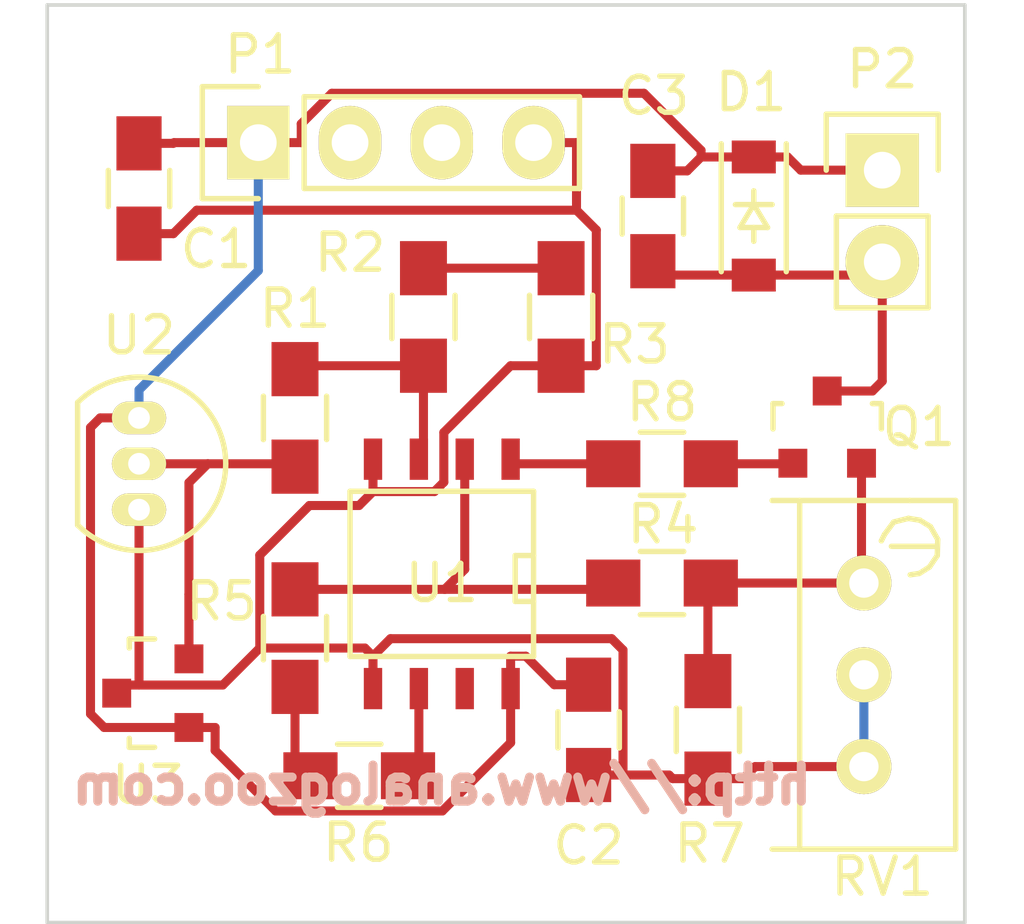
<source format=kicad_pcb>
(kicad_pcb (version 20171130) (host pcbnew "(5.1.12)-1")

  (general
    (thickness 1.6)
    (drawings 6)
    (tracks 122)
    (zones 0)
    (modules 19)
    (nets 16)
  )

  (page A4)
  (layers
    (0 F.Cu signal)
    (31 B.Cu signal)
    (32 B.Adhes user)
    (33 F.Adhes user)
    (34 B.Paste user)
    (35 F.Paste user)
    (36 B.SilkS user)
    (37 F.SilkS user)
    (38 B.Mask user)
    (39 F.Mask user)
    (40 Dwgs.User user)
    (41 Cmts.User user)
    (42 Eco1.User user)
    (43 Eco2.User user)
    (44 Edge.Cuts user)
    (45 Margin user)
    (46 B.CrtYd user)
    (47 F.CrtYd user)
    (48 B.Fab user)
    (49 F.Fab user)
  )

  (setup
    (last_trace_width 0.25)
    (user_trace_width 0.5)
    (user_trace_width 1)
    (trace_clearance 0.2)
    (zone_clearance 0.1)
    (zone_45_only no)
    (trace_min 0.2)
    (via_size 0.6)
    (via_drill 0.4)
    (via_min_size 0.4)
    (via_min_drill 0.3)
    (uvia_size 0.3)
    (uvia_drill 0.1)
    (uvias_allowed no)
    (uvia_min_size 0.2)
    (uvia_min_drill 0.1)
    (edge_width 0.1)
    (segment_width 0.2)
    (pcb_text_width 0.3)
    (pcb_text_size 1.5 1.5)
    (mod_edge_width 0.15)
    (mod_text_size 1 1)
    (mod_text_width 0.15)
    (pad_size 1.5 1.5)
    (pad_drill 0.6)
    (pad_to_mask_clearance 0)
    (aux_axis_origin 0 0)
    (visible_elements 7FFFFFFF)
    (pcbplotparams
      (layerselection 0x010f0_80000001)
      (usegerberextensions false)
      (usegerberattributes true)
      (usegerberadvancedattributes true)
      (creategerberjobfile true)
      (excludeedgelayer true)
      (linewidth 0.100000)
      (plotframeref false)
      (viasonmask false)
      (mode 1)
      (useauxorigin false)
      (hpglpennumber 1)
      (hpglpenspeed 20)
      (hpglpendiameter 15.000000)
      (psnegative false)
      (psa4output false)
      (plotreference true)
      (plotvalue false)
      (plotinvisibletext false)
      (padsonsilk false)
      (subtractmaskfromsilk false)
      (outputformat 1)
      (mirror false)
      (drillshape 0)
      (scaleselection 1)
      (outputdirectory "Gerber/"))
  )

  (net 0 "")
  (net 1 GND)
  (net 2 +5V)
  (net 3 "Net-(Q1-Pad2)")
  (net 4 "Net-(R1-Pad1)")
  (net 5 "Net-(R5-Pad1)")
  (net 6 "Net-(U1-Pad7)")
  (net 7 "Net-(R2-Pad1)")
  (net 8 "Net-(R4-Pad2)")
  (net 9 "Net-(R6-Pad1)")
  (net 10 "Net-(Q1-Pad1)")
  (net 11 "Net-(P1-Pad2)")
  (net 12 "Net-(P1-Pad3)")
  (net 13 "Net-(C3-Pad1)")
  (net 14 "Net-(R1-Pad2)")
  (net 15 "Net-(R8-Pad2)")

  (net_class Default "This is the default net class."
    (clearance 0.2)
    (trace_width 0.25)
    (via_dia 0.6)
    (via_drill 0.4)
    (uvia_dia 0.3)
    (uvia_drill 0.1)
    (add_net +5V)
    (add_net GND)
    (add_net "Net-(C3-Pad1)")
    (add_net "Net-(P1-Pad2)")
    (add_net "Net-(P1-Pad3)")
    (add_net "Net-(Q1-Pad1)")
    (add_net "Net-(Q1-Pad2)")
    (add_net "Net-(R1-Pad1)")
    (add_net "Net-(R1-Pad2)")
    (add_net "Net-(R2-Pad1)")
    (add_net "Net-(R4-Pad2)")
    (add_net "Net-(R5-Pad1)")
    (add_net "Net-(R6-Pad1)")
    (add_net "Net-(R8-Pad2)")
    (add_net "Net-(U1-Pad7)")
  )

  (module SMD_Packages:SOIC-8-N (layer F.Cu) (tedit 570FA947) (tstamp 570ECDD4)
    (at 128.524 105.918 180)
    (descr "Module Narrow CMS SOJ 8 pins large")
    (tags "CMS SOJ")
    (path /570C548C)
    (attr smd)
    (fp_text reference U1 (at 0 -0.254 180) (layer F.SilkS)
      (effects (font (size 1 1) (thickness 0.15)))
    )
    (fp_text value LTC1541 (at 0 1.27 180) (layer F.Fab)
      (effects (font (size 1 1) (thickness 0.15)))
    )
    (fp_line (start -2.032 0.508) (end -2.54 0.508) (layer F.SilkS) (width 0.15))
    (fp_line (start -2.032 -0.762) (end -2.032 0.508) (layer F.SilkS) (width 0.15))
    (fp_line (start -2.54 -0.762) (end -2.032 -0.762) (layer F.SilkS) (width 0.15))
    (fp_line (start -2.54 2.286) (end -2.54 -2.286) (layer F.SilkS) (width 0.15))
    (fp_line (start 2.54 2.286) (end -2.54 2.286) (layer F.SilkS) (width 0.15))
    (fp_line (start 2.54 -2.286) (end 2.54 2.286) (layer F.SilkS) (width 0.15))
    (fp_line (start -2.54 -2.286) (end 2.54 -2.286) (layer F.SilkS) (width 0.15))
    (pad 8 smd rect (at -1.905 -3.175 180) (size 0.508 1.143) (layers F.Cu F.Paste F.Mask)
      (net 2 +5V))
    (pad 7 smd rect (at -0.635 -3.175 180) (size 0.508 1.143) (layers F.Cu F.Paste F.Mask)
      (net 6 "Net-(U1-Pad7)"))
    (pad 6 smd rect (at 0.635 -3.175 180) (size 0.508 1.143) (layers F.Cu F.Paste F.Mask)
      (net 9 "Net-(R6-Pad1)"))
    (pad 5 smd rect (at 1.905 -3.175 180) (size 0.508 1.143) (layers F.Cu F.Paste F.Mask)
      (net 1 GND))
    (pad 4 smd rect (at 1.905 3.175 180) (size 0.508 1.143) (layers F.Cu F.Paste F.Mask)
      (net 1 GND))
    (pad 3 smd rect (at 0.635 3.175 180) (size 0.508 1.143) (layers F.Cu F.Paste F.Mask)
      (net 4 "Net-(R1-Pad1)"))
    (pad 2 smd rect (at -0.635 3.175 180) (size 0.508 1.143) (layers F.Cu F.Paste F.Mask)
      (net 8 "Net-(R4-Pad2)"))
    (pad 1 smd rect (at -1.905 3.175 180) (size 0.508 1.143) (layers F.Cu F.Paste F.Mask)
      (net 15 "Net-(R8-Pad2)"))
    (model SMD_Packages.3dshapes/SOIC-8-N.wrl
      (at (xyz 0 0 0))
      (scale (xyz 0.5 0.38 0.5))
      (rotate (xyz 0 0 0))
    )
  )

  (module Resistors_SMD:R_0805_HandSoldering (layer F.Cu) (tedit 572960DB) (tstamp 570ECDAF)
    (at 134.62 106.172 180)
    (descr "Resistor SMD 0805, hand soldering")
    (tags "resistor 0805")
    (path /570C5880)
    (attr smd)
    (fp_text reference R4 (at -0.0254 1.6256 180) (layer F.SilkS)
      (effects (font (size 1 1) (thickness 0.15)))
    )
    (fp_text value 1M (at 0 2.1 180) (layer F.Fab)
      (effects (font (size 1 1) (thickness 0.15)))
    )
    (fp_line (start -0.6 -0.875) (end 0.6 -0.875) (layer F.SilkS) (width 0.15))
    (fp_line (start 0.6 0.875) (end -0.6 0.875) (layer F.SilkS) (width 0.15))
    (fp_line (start 2.4 -1) (end 2.4 1) (layer F.CrtYd) (width 0.05))
    (fp_line (start -2.4 -1) (end -2.4 1) (layer F.CrtYd) (width 0.05))
    (fp_line (start -2.4 1) (end 2.4 1) (layer F.CrtYd) (width 0.05))
    (fp_line (start -2.4 -1) (end 2.4 -1) (layer F.CrtYd) (width 0.05))
    (pad 1 smd rect (at -1.35 0 180) (size 1.5 1.3) (layers F.Cu F.Paste F.Mask)
      (net 3 "Net-(Q1-Pad2)"))
    (pad 2 smd rect (at 1.35 0 180) (size 1.5 1.3) (layers F.Cu F.Paste F.Mask)
      (net 8 "Net-(R4-Pad2)"))
    (model Resistors_SMD.3dshapes/R_0805_HandSoldering.wrl
      (at (xyz 0 0 0))
      (scale (xyz 1 1 1))
      (rotate (xyz 0 0 0))
    )
  )

  (module Capacitors_SMD:C_0805_HandSoldering (layer F.Cu) (tedit 5729638C) (tstamp 570ECD6C)
    (at 120.142 95.25 90)
    (descr "Capacitor SMD 0805, hand soldering")
    (tags "capacitor 0805")
    (path /570C874E)
    (attr smd)
    (fp_text reference C1 (at -1.6764 2.1336 180) (layer F.SilkS)
      (effects (font (size 1 1) (thickness 0.15)))
    )
    (fp_text value 0.1uF (at 0 2.1 90) (layer F.Fab)
      (effects (font (size 1 1) (thickness 0.15)))
    )
    (fp_line (start -0.5 0.85) (end 0.5 0.85) (layer F.SilkS) (width 0.15))
    (fp_line (start 0.5 -0.85) (end -0.5 -0.85) (layer F.SilkS) (width 0.15))
    (fp_line (start 2.3 -1) (end 2.3 1) (layer F.CrtYd) (width 0.05))
    (fp_line (start -2.3 -1) (end -2.3 1) (layer F.CrtYd) (width 0.05))
    (fp_line (start -2.3 1) (end 2.3 1) (layer F.CrtYd) (width 0.05))
    (fp_line (start -2.3 -1) (end 2.3 -1) (layer F.CrtYd) (width 0.05))
    (pad 1 smd rect (at -1.25 0 90) (size 1.5 1.25) (layers F.Cu F.Paste F.Mask)
      (net 1 GND))
    (pad 2 smd rect (at 1.25 0 90) (size 1.5 1.25) (layers F.Cu F.Paste F.Mask)
      (net 2 +5V))
    (model Capacitors_SMD.3dshapes/C_0805_HandSoldering.wrl
      (at (xyz 0 0 0))
      (scale (xyz 1 1 1))
      (rotate (xyz 0 0 0))
    )
  )

  (module Capacitors_SMD:C_0805_HandSoldering (layer F.Cu) (tedit 57296076) (tstamp 570ECD72)
    (at 134.366 96.012 90)
    (descr "Capacitor SMD 0805, hand soldering")
    (tags "capacitor 0805")
    (path /570C674D)
    (attr smd)
    (fp_text reference C3 (at 3.3274 0.0254 180) (layer F.SilkS)
      (effects (font (size 1 1) (thickness 0.15)))
    )
    (fp_text value 0.1uF (at 0 2.1 90) (layer F.Fab)
      (effects (font (size 1 1) (thickness 0.15)))
    )
    (fp_line (start -0.5 0.85) (end 0.5 0.85) (layer F.SilkS) (width 0.15))
    (fp_line (start 0.5 -0.85) (end -0.5 -0.85) (layer F.SilkS) (width 0.15))
    (fp_line (start 2.3 -1) (end 2.3 1) (layer F.CrtYd) (width 0.05))
    (fp_line (start -2.3 -1) (end -2.3 1) (layer F.CrtYd) (width 0.05))
    (fp_line (start -2.3 1) (end 2.3 1) (layer F.CrtYd) (width 0.05))
    (fp_line (start -2.3 -1) (end 2.3 -1) (layer F.CrtYd) (width 0.05))
    (pad 1 smd rect (at -1.25 0 90) (size 1.5 1.25) (layers F.Cu F.Paste F.Mask)
      (net 13 "Net-(C3-Pad1)"))
    (pad 2 smd rect (at 1.25 0 90) (size 1.5 1.25) (layers F.Cu F.Paste F.Mask)
      (net 2 +5V))
    (model Capacitors_SMD.3dshapes/C_0805_HandSoldering.wrl
      (at (xyz 0 0 0))
      (scale (xyz 1 1 1))
      (rotate (xyz 0 0 0))
    )
  )

  (module Socket_Strips:Socket_Strip_Straight_1x02 (layer F.Cu) (tedit 57296071) (tstamp 570ECD84)
    (at 140.716 94.742 270)
    (descr "Through hole socket strip")
    (tags "socket strip")
    (path /570C5F93)
    (fp_text reference P2 (at -2.794 0) (layer F.SilkS)
      (effects (font (size 1 1) (thickness 0.15)))
    )
    (fp_text value uA (at 0 -3.1 270) (layer F.Fab)
      (effects (font (size 1 1) (thickness 0.15)))
    )
    (fp_line (start 3.81 -1.27) (end 3.81 1.27) (layer F.SilkS) (width 0.15))
    (fp_line (start 1.27 -1.27) (end 3.81 -1.27) (layer F.SilkS) (width 0.15))
    (fp_line (start -1.55 -1.55) (end -1.55 1.55) (layer F.SilkS) (width 0.15))
    (fp_line (start 0 -1.55) (end -1.55 -1.55) (layer F.SilkS) (width 0.15))
    (fp_line (start 1.27 1.27) (end 1.27 -1.27) (layer F.SilkS) (width 0.15))
    (fp_line (start -1.75 1.75) (end 4.3 1.75) (layer F.CrtYd) (width 0.05))
    (fp_line (start -1.75 -1.75) (end 4.3 -1.75) (layer F.CrtYd) (width 0.05))
    (fp_line (start 4.3 -1.75) (end 4.3 1.75) (layer F.CrtYd) (width 0.05))
    (fp_line (start -1.75 -1.75) (end -1.75 1.75) (layer F.CrtYd) (width 0.05))
    (fp_line (start 3.81 1.27) (end 1.27 1.27) (layer F.SilkS) (width 0.15))
    (fp_line (start -1.55 1.55) (end 0 1.55) (layer F.SilkS) (width 0.15))
    (pad 1 thru_hole rect (at 0 0 270) (size 2.032 2.032) (drill 1.016) (layers *.Cu *.Mask F.SilkS)
      (net 2 +5V))
    (pad 2 thru_hole oval (at 2.54 0 270) (size 2.032 2.032) (drill 1.016) (layers *.Cu *.Mask F.SilkS)
      (net 13 "Net-(C3-Pad1)"))
    (model Socket_Strips.3dshapes/Socket_Strip_Straight_1x02.wrl
      (offset (xyz 1.269999980926514 0 0))
      (scale (xyz 1 1 1))
      (rotate (xyz 0 0 180))
    )
  )

  (module TO_SOT_Packages_SMD:SOT-23 (layer F.Cu) (tedit 573B04E6) (tstamp 570ECD97)
    (at 139.192 101.854)
    (descr "SOT-23, Standard")
    (tags SOT-23)
    (path /570C5C0F)
    (attr smd)
    (fp_text reference Q1 (at 2.54 0) (layer F.SilkS)
      (effects (font (size 1 1) (thickness 0.15)))
    )
    (fp_text value MMBT3904 (at 0 2.3) (layer F.Fab)
      (effects (font (size 1 1) (thickness 0.15)))
    )
    (fp_line (start 1.49982 -0.65024) (end 1.49982 0.0508) (layer F.SilkS) (width 0.15))
    (fp_line (start 1.29916 -0.65024) (end 1.49982 -0.65024) (layer F.SilkS) (width 0.15))
    (fp_line (start -1.49982 -0.65024) (end -1.2509 -0.65024) (layer F.SilkS) (width 0.15))
    (fp_line (start -1.49982 0.0508) (end -1.49982 -0.65024) (layer F.SilkS) (width 0.15))
    (fp_line (start 1.29916 -0.65024) (end 1.2509 -0.65024) (layer F.SilkS) (width 0.15))
    (fp_line (start -1.65 1.6) (end -1.65 -1.6) (layer F.CrtYd) (width 0.05))
    (fp_line (start 1.65 1.6) (end -1.65 1.6) (layer F.CrtYd) (width 0.05))
    (fp_line (start 1.65 -1.6) (end 1.65 1.6) (layer F.CrtYd) (width 0.05))
    (fp_line (start -1.65 -1.6) (end 1.65 -1.6) (layer F.CrtYd) (width 0.05))
    (pad 1 smd rect (at -0.95 1.00076) (size 0.8001 0.8001) (layers F.Cu F.Paste F.Mask)
      (net 10 "Net-(Q1-Pad1)"))
    (pad 2 smd rect (at 0.95 1.00076) (size 0.8001 0.8001) (layers F.Cu F.Paste F.Mask)
      (net 3 "Net-(Q1-Pad2)"))
    (pad 3 smd rect (at 0 -0.99822) (size 0.8001 0.8001) (layers F.Cu F.Paste F.Mask)
      (net 13 "Net-(C3-Pad1)"))
    (model TO_SOT_Packages_SMD.3dshapes/SOT-23.wrl
      (at (xyz 0 0 0))
      (scale (xyz 1 1 1))
      (rotate (xyz 0 0 0))
    )
  )

  (module Resistors_SMD:R_0805_HandSoldering (layer F.Cu) (tedit 5729FE07) (tstamp 570ECD9D)
    (at 124.46 101.6 270)
    (descr "Resistor SMD 0805, hand soldering")
    (tags "resistor 0805")
    (path /570C535A)
    (attr smd)
    (fp_text reference R1 (at -3.0226 0) (layer F.SilkS)
      (effects (font (size 1 1) (thickness 0.15)))
    )
    (fp_text value 1M (at 0 2.1 270) (layer F.Fab)
      (effects (font (size 1 1) (thickness 0.15)))
    )
    (fp_line (start -0.6 -0.875) (end 0.6 -0.875) (layer F.SilkS) (width 0.15))
    (fp_line (start 0.6 0.875) (end -0.6 0.875) (layer F.SilkS) (width 0.15))
    (fp_line (start 2.4 -1) (end 2.4 1) (layer F.CrtYd) (width 0.05))
    (fp_line (start -2.4 -1) (end -2.4 1) (layer F.CrtYd) (width 0.05))
    (fp_line (start -2.4 1) (end 2.4 1) (layer F.CrtYd) (width 0.05))
    (fp_line (start -2.4 -1) (end 2.4 -1) (layer F.CrtYd) (width 0.05))
    (pad 1 smd rect (at -1.35 0 270) (size 1.5 1.3) (layers F.Cu F.Paste F.Mask)
      (net 4 "Net-(R1-Pad1)"))
    (pad 2 smd rect (at 1.35 0 270) (size 1.5 1.3) (layers F.Cu F.Paste F.Mask)
      (net 14 "Net-(R1-Pad2)"))
    (model Resistors_SMD.3dshapes/R_0805_HandSoldering.wrl
      (at (xyz 0 0 0))
      (scale (xyz 1 1 1))
      (rotate (xyz 0 0 0))
    )
  )

  (module Resistors_SMD:R_0805_HandSoldering (layer F.Cu) (tedit 573B050D) (tstamp 570ECDA3)
    (at 128.016 98.806 270)
    (descr "Resistor SMD 0805, hand soldering")
    (tags "resistor 0805")
    (path /570ECBC6)
    (attr smd)
    (fp_text reference R2 (at -1.778 2.032) (layer F.SilkS)
      (effects (font (size 1 1) (thickness 0.15)))
    )
    (fp_text value 2.2M (at 0 2.1 270) (layer F.Fab)
      (effects (font (size 1 1) (thickness 0.15)))
    )
    (fp_line (start -0.6 -0.875) (end 0.6 -0.875) (layer F.SilkS) (width 0.15))
    (fp_line (start 0.6 0.875) (end -0.6 0.875) (layer F.SilkS) (width 0.15))
    (fp_line (start 2.4 -1) (end 2.4 1) (layer F.CrtYd) (width 0.05))
    (fp_line (start -2.4 -1) (end -2.4 1) (layer F.CrtYd) (width 0.05))
    (fp_line (start -2.4 1) (end 2.4 1) (layer F.CrtYd) (width 0.05))
    (fp_line (start -2.4 -1) (end 2.4 -1) (layer F.CrtYd) (width 0.05))
    (pad 1 smd rect (at -1.35 0 270) (size 1.5 1.3) (layers F.Cu F.Paste F.Mask)
      (net 7 "Net-(R2-Pad1)"))
    (pad 2 smd rect (at 1.35 0 270) (size 1.5 1.3) (layers F.Cu F.Paste F.Mask)
      (net 4 "Net-(R1-Pad1)"))
    (model Resistors_SMD.3dshapes/R_0805_HandSoldering.wrl
      (at (xyz 0 0 0))
      (scale (xyz 1 1 1))
      (rotate (xyz 0 0 0))
    )
  )

  (module Resistors_SMD:R_0805_HandSoldering (layer F.Cu) (tedit 573B051B) (tstamp 570ECDA9)
    (at 131.826 98.806 90)
    (descr "Resistor SMD 0805, hand soldering")
    (tags "resistor 0805")
    (path /570ECC88)
    (attr smd)
    (fp_text reference R3 (at -0.762 2.032 180) (layer F.SilkS)
      (effects (font (size 1 1) (thickness 0.15)))
    )
    (fp_text value 200k (at 0 2.1 90) (layer F.Fab)
      (effects (font (size 1 1) (thickness 0.15)))
    )
    (fp_line (start -0.6 -0.875) (end 0.6 -0.875) (layer F.SilkS) (width 0.15))
    (fp_line (start 0.6 0.875) (end -0.6 0.875) (layer F.SilkS) (width 0.15))
    (fp_line (start 2.4 -1) (end 2.4 1) (layer F.CrtYd) (width 0.05))
    (fp_line (start -2.4 -1) (end -2.4 1) (layer F.CrtYd) (width 0.05))
    (fp_line (start -2.4 1) (end 2.4 1) (layer F.CrtYd) (width 0.05))
    (fp_line (start -2.4 -1) (end 2.4 -1) (layer F.CrtYd) (width 0.05))
    (pad 1 smd rect (at -1.35 0 90) (size 1.5 1.3) (layers F.Cu F.Paste F.Mask)
      (net 1 GND))
    (pad 2 smd rect (at 1.35 0 90) (size 1.5 1.3) (layers F.Cu F.Paste F.Mask)
      (net 7 "Net-(R2-Pad1)"))
    (model Resistors_SMD.3dshapes/R_0805_HandSoldering.wrl
      (at (xyz 0 0 0))
      (scale (xyz 1 1 1))
      (rotate (xyz 0 0 0))
    )
  )

  (module Resistors_SMD:R_0805_HandSoldering (layer F.Cu) (tedit 5729FDFB) (tstamp 570ECDB5)
    (at 124.46 107.696 90)
    (descr "Resistor SMD 0805, hand soldering")
    (tags "resistor 0805")
    (path /570ECFA2)
    (attr smd)
    (fp_text reference R5 (at 1.016 -2.032 180) (layer F.SilkS)
      (effects (font (size 1 1) (thickness 0.15)))
    )
    (fp_text value 2.2M (at 0 2.1 90) (layer F.Fab)
      (effects (font (size 1 1) (thickness 0.15)))
    )
    (fp_line (start -0.6 -0.875) (end 0.6 -0.875) (layer F.SilkS) (width 0.15))
    (fp_line (start 0.6 0.875) (end -0.6 0.875) (layer F.SilkS) (width 0.15))
    (fp_line (start 2.4 -1) (end 2.4 1) (layer F.CrtYd) (width 0.05))
    (fp_line (start -2.4 -1) (end -2.4 1) (layer F.CrtYd) (width 0.05))
    (fp_line (start -2.4 1) (end 2.4 1) (layer F.CrtYd) (width 0.05))
    (fp_line (start -2.4 -1) (end 2.4 -1) (layer F.CrtYd) (width 0.05))
    (pad 1 smd rect (at -1.35 0 90) (size 1.5 1.3) (layers F.Cu F.Paste F.Mask)
      (net 5 "Net-(R5-Pad1)"))
    (pad 2 smd rect (at 1.35 0 90) (size 1.5 1.3) (layers F.Cu F.Paste F.Mask)
      (net 8 "Net-(R4-Pad2)"))
    (model Resistors_SMD.3dshapes/R_0805_HandSoldering.wrl
      (at (xyz 0 0 0))
      (scale (xyz 1 1 1))
      (rotate (xyz 0 0 0))
    )
  )

  (module Resistors_SMD:R_0805_HandSoldering (layer F.Cu) (tedit 57295C85) (tstamp 570ECDBB)
    (at 126.238 111.506 180)
    (descr "Resistor SMD 0805, hand soldering")
    (tags "resistor 0805")
    (path /570ED006)
    (attr smd)
    (fp_text reference R6 (at 0.0254 -1.8542 180) (layer F.SilkS)
      (effects (font (size 1 1) (thickness 0.15)))
    )
    (fp_text value 200k (at 0 2.1 180) (layer F.Fab)
      (effects (font (size 1 1) (thickness 0.15)))
    )
    (fp_line (start -0.6 -0.875) (end 0.6 -0.875) (layer F.SilkS) (width 0.15))
    (fp_line (start 0.6 0.875) (end -0.6 0.875) (layer F.SilkS) (width 0.15))
    (fp_line (start 2.4 -1) (end 2.4 1) (layer F.CrtYd) (width 0.05))
    (fp_line (start -2.4 -1) (end -2.4 1) (layer F.CrtYd) (width 0.05))
    (fp_line (start -2.4 1) (end 2.4 1) (layer F.CrtYd) (width 0.05))
    (fp_line (start -2.4 -1) (end 2.4 -1) (layer F.CrtYd) (width 0.05))
    (pad 1 smd rect (at -1.35 0 180) (size 1.5 1.3) (layers F.Cu F.Paste F.Mask)
      (net 9 "Net-(R6-Pad1)"))
    (pad 2 smd rect (at 1.35 0 180) (size 1.5 1.3) (layers F.Cu F.Paste F.Mask)
      (net 5 "Net-(R5-Pad1)"))
    (model Resistors_SMD.3dshapes/R_0805_HandSoldering.wrl
      (at (xyz 0 0 0))
      (scale (xyz 1 1 1))
      (rotate (xyz 0 0 0))
    )
  )

  (module Resistors_SMD:R_0805_HandSoldering (layer F.Cu) (tedit 572963B1) (tstamp 570ECDC1)
    (at 135.89 110.236 90)
    (descr "Resistor SMD 0805, hand soldering")
    (tags "resistor 0805")
    (path /570C5CE6)
    (attr smd)
    (fp_text reference R7 (at -3.1496 0.0508 180) (layer F.SilkS)
      (effects (font (size 1 1) (thickness 0.15)))
    )
    (fp_text value 49.9k (at 0 2.1 90) (layer F.Fab)
      (effects (font (size 1 1) (thickness 0.15)))
    )
    (fp_line (start -0.6 -0.875) (end 0.6 -0.875) (layer F.SilkS) (width 0.15))
    (fp_line (start 0.6 0.875) (end -0.6 0.875) (layer F.SilkS) (width 0.15))
    (fp_line (start 2.4 -1) (end 2.4 1) (layer F.CrtYd) (width 0.05))
    (fp_line (start -2.4 -1) (end -2.4 1) (layer F.CrtYd) (width 0.05))
    (fp_line (start -2.4 1) (end 2.4 1) (layer F.CrtYd) (width 0.05))
    (fp_line (start -2.4 -1) (end 2.4 -1) (layer F.CrtYd) (width 0.05))
    (pad 1 smd rect (at -1.35 0 90) (size 1.5 1.3) (layers F.Cu F.Paste F.Mask)
      (net 1 GND))
    (pad 2 smd rect (at 1.35 0 90) (size 1.5 1.3) (layers F.Cu F.Paste F.Mask)
      (net 3 "Net-(Q1-Pad2)"))
    (model Resistors_SMD.3dshapes/R_0805_HandSoldering.wrl
      (at (xyz 0 0 0))
      (scale (xyz 1 1 1))
      (rotate (xyz 0 0 0))
    )
  )

  (module Potentiometers:Potentiometer_Bourns_3296W_3-8Zoll_Inline_ScrewUp (layer F.Cu) (tedit 572963B9) (tstamp 570ECDC8)
    (at 140.208 106.172 180)
    (descr "3296, 3/8, Square, Trimpot, Trimming, Potentiometer, Bourns")
    (tags "3296, 3/8, Square, Trimpot, Trimming, Potentiometer, Bourns")
    (path /570C5E34)
    (fp_text reference RV1 (at -0.508 -8.128 180) (layer F.SilkS)
      (effects (font (size 1 1) (thickness 0.15)))
    )
    (fp_text value 100k (at 1.27 5.08 180) (layer F.Fab)
      (effects (font (size 1 1) (thickness 0.15)))
    )
    (fp_line (start 0 2.286) (end -1.27 2.286) (layer F.SilkS) (width 0.15))
    (fp_line (start 2.54 2.286) (end 0 2.286) (layer F.SilkS) (width 0.15))
    (fp_line (start -2.54 -7.366) (end 2.54 -7.366) (layer F.SilkS) (width 0.15))
    (fp_line (start -2.54 2.286) (end -2.54 -7.366) (layer F.SilkS) (width 0.15))
    (fp_line (start -1.27 2.286) (end -2.54 2.286) (layer F.SilkS) (width 0.15))
    (fp_line (start 1.778 -7.366) (end 1.778 2.286) (layer F.SilkS) (width 0.15))
    (fp_line (start -0.5715 1.3462) (end -0.4826 1.1684) (layer F.SilkS) (width 0.15))
    (fp_line (start -0.8255 1.6891) (end -0.5715 1.3462) (layer F.SilkS) (width 0.15))
    (fp_line (start -1.2319 1.7907) (end -0.8255 1.6891) (layer F.SilkS) (width 0.15))
    (fp_line (start -1.5494 1.7399) (end -1.2319 1.7907) (layer F.SilkS) (width 0.15))
    (fp_line (start -1.8415 1.5621) (end -1.5494 1.7399) (layer F.SilkS) (width 0.15))
    (fp_line (start -2.0447 1.2065) (end -1.8415 1.5621) (layer F.SilkS) (width 0.15))
    (fp_line (start -2.032 0.762) (end -2.0447 1.2065) (layer F.SilkS) (width 0.15))
    (fp_line (start -1.8161 0.4445) (end -2.032 0.762) (layer F.SilkS) (width 0.15))
    (fp_line (start -1.5367 0.2667) (end -1.8161 0.4445) (layer F.SilkS) (width 0.15))
    (fp_line (start -1.2827 0.2286) (end -1.5367 0.2667) (layer F.SilkS) (width 0.15))
    (fp_line (start -2.032 1.016) (end -0.762 1.016) (layer F.SilkS) (width 0.15))
    (pad 2 thru_hole circle (at 0 -2.54 180) (size 1.524 1.524) (drill 0.8128) (layers *.Cu *.Mask F.SilkS)
      (net 1 GND))
    (pad 3 thru_hole circle (at 0 -5.08 180) (size 1.524 1.524) (drill 0.8128) (layers *.Cu *.Mask F.SilkS)
      (net 1 GND))
    (pad 1 thru_hole circle (at 0 0 180) (size 1.524 1.524) (drill 0.8128) (layers *.Cu *.Mask F.SilkS)
      (net 3 "Net-(Q1-Pad2)"))
    (model Potentiometers.3dshapes/Potentiometer_Bourns_3296W_3-8Zoll_Inline_ScrewUp.wrl
      (at (xyz 0 0 0))
      (scale (xyz 1 1 1))
      (rotate (xyz 0 0 0))
    )
  )

  (module TO_SOT_Packages_THT:TO-92_Inline_Narrow_Oval (layer F.Cu) (tedit 5729FE0D) (tstamp 570ECED5)
    (at 120.142 101.6 270)
    (descr "TO-92 leads in-line, narrow, oval pads, drill 0.6mm (see NXP sot054_po.pdf)")
    (tags "to-92 sc-43 sc-43a sot54 PA33 transistor")
    (path /570C6C7A)
    (fp_text reference U2 (at -2.286 0) (layer F.SilkS)
      (effects (font (size 1 1) (thickness 0.15)))
    )
    (fp_text value MCP9700A (at 0 3 270) (layer F.Fab)
      (effects (font (size 1 1) (thickness 0.15)))
    )
    (fp_line (start 3.95 1.95) (end 3.95 -2.65) (layer F.CrtYd) (width 0.05))
    (fp_line (start -1.4 -2.65) (end 3.95 -2.65) (layer F.CrtYd) (width 0.05))
    (fp_line (start -0.43 1.7) (end 2.97 1.7) (layer F.SilkS) (width 0.15))
    (fp_line (start -1.4 1.95) (end 3.95 1.95) (layer F.CrtYd) (width 0.05))
    (fp_line (start -1.4 1.95) (end -1.4 -2.65) (layer F.CrtYd) (width 0.05))
    (fp_arc (start 1.27 0) (end 1.27 -2.4) (angle -135) (layer F.SilkS) (width 0.15))
    (fp_arc (start 1.27 0) (end 1.27 -2.4) (angle 135) (layer F.SilkS) (width 0.15))
    (pad 2 thru_hole oval (at 1.27 0 90) (size 0.89916 1.50114) (drill 0.6) (layers *.Cu *.Mask F.SilkS)
      (net 14 "Net-(R1-Pad2)"))
    (pad 3 thru_hole oval (at 2.54 0 90) (size 0.89916 1.50114) (drill 0.6) (layers *.Cu *.Mask F.SilkS)
      (net 1 GND))
    (pad 1 thru_hole oval (at 0 0 90) (size 0.89916 1.50114) (drill 0.6) (layers *.Cu *.Mask F.SilkS)
      (net 2 +5V))
    (model TO_SOT_Packages_THT.3dshapes/TO-92_Inline_Narrow_Oval.wrl
      (offset (xyz 1.269999980926514 0 0))
      (scale (xyz 1 1 1))
      (rotate (xyz 0 0 -90))
    )
  )

  (module Resistors_SMD:R_0805_HandSoldering (layer F.Cu) (tedit 57295C93) (tstamp 570FA625)
    (at 134.62 102.87 180)
    (descr "Resistor SMD 0805, hand soldering")
    (tags "resistor 0805")
    (path /570FA763)
    (attr smd)
    (fp_text reference R8 (at 0 1.7018 180) (layer F.SilkS)
      (effects (font (size 1 1) (thickness 0.15)))
    )
    (fp_text value 100 (at 0 2.1 180) (layer F.Fab)
      (effects (font (size 1 1) (thickness 0.15)))
    )
    (fp_line (start -0.6 -0.875) (end 0.6 -0.875) (layer F.SilkS) (width 0.15))
    (fp_line (start 0.6 0.875) (end -0.6 0.875) (layer F.SilkS) (width 0.15))
    (fp_line (start 2.4 -1) (end 2.4 1) (layer F.CrtYd) (width 0.05))
    (fp_line (start -2.4 -1) (end -2.4 1) (layer F.CrtYd) (width 0.05))
    (fp_line (start -2.4 1) (end 2.4 1) (layer F.CrtYd) (width 0.05))
    (fp_line (start -2.4 -1) (end 2.4 -1) (layer F.CrtYd) (width 0.05))
    (pad 1 smd rect (at -1.35 0 180) (size 1.5 1.3) (layers F.Cu F.Paste F.Mask)
      (net 10 "Net-(Q1-Pad1)"))
    (pad 2 smd rect (at 1.35 0 180) (size 1.5 1.3) (layers F.Cu F.Paste F.Mask)
      (net 15 "Net-(R8-Pad2)"))
    (model Resistors_SMD.3dshapes/R_0805_HandSoldering.wrl
      (at (xyz 0 0 0))
      (scale (xyz 1 1 1))
      (rotate (xyz 0 0 0))
    )
  )

  (module Socket_Strips:Socket_Strip_Straight_1x04 (layer F.Cu) (tedit 5729606F) (tstamp 57105428)
    (at 123.444 93.98)
    (descr "Through hole socket strip")
    (tags "socket strip")
    (path /57105420)
    (fp_text reference P1 (at 0.0508 -2.4384 180) (layer F.SilkS)
      (effects (font (size 1 1) (thickness 0.15)))
    )
    (fp_text value Power (at 0 -3.1) (layer F.Fab)
      (effects (font (size 1 1) (thickness 0.15)))
    )
    (fp_line (start -1.55 -1.55) (end -1.55 1.55) (layer F.SilkS) (width 0.15))
    (fp_line (start 0 -1.55) (end -1.55 -1.55) (layer F.SilkS) (width 0.15))
    (fp_line (start 1.27 1.27) (end 1.27 -1.27) (layer F.SilkS) (width 0.15))
    (fp_line (start 8.89 -1.27) (end 8.89 1.27) (layer F.SilkS) (width 0.15))
    (fp_line (start -1.55 1.55) (end 0 1.55) (layer F.SilkS) (width 0.15))
    (fp_line (start 1.27 1.27) (end 8.89 1.27) (layer F.SilkS) (width 0.15))
    (fp_line (start 1.27 -1.27) (end 8.89 -1.27) (layer F.SilkS) (width 0.15))
    (fp_line (start -1.75 1.75) (end 9.4 1.75) (layer F.CrtYd) (width 0.05))
    (fp_line (start -1.75 -1.75) (end 9.4 -1.75) (layer F.CrtYd) (width 0.05))
    (fp_line (start 9.4 -1.75) (end 9.4 1.75) (layer F.CrtYd) (width 0.05))
    (fp_line (start -1.75 -1.75) (end -1.75 1.75) (layer F.CrtYd) (width 0.05))
    (pad 1 thru_hole rect (at 0 0) (size 1.7272 2.032) (drill 1.016) (layers *.Cu *.Mask F.SilkS)
      (net 2 +5V))
    (pad 2 thru_hole oval (at 2.54 0) (size 1.7272 2.032) (drill 1.016) (layers *.Cu *.Mask F.SilkS)
      (net 11 "Net-(P1-Pad2)"))
    (pad 3 thru_hole oval (at 5.08 0) (size 1.7272 2.032) (drill 1.016) (layers *.Cu *.Mask F.SilkS)
      (net 12 "Net-(P1-Pad3)"))
    (pad 4 thru_hole oval (at 7.62 0) (size 1.7272 2.032) (drill 1.016) (layers *.Cu *.Mask F.SilkS)
      (net 1 GND))
    (model Socket_Strips.3dshapes/Socket_Strip_Straight_1x04.wrl
      (offset (xyz 3.809999942779541 0 0))
      (scale (xyz 1 1 1))
      (rotate (xyz 0 0 180))
    )
  )

  (module Diodes_SMD:SOD-123 (layer F.Cu) (tedit 57296074) (tstamp 57295798)
    (at 137.16 96.012 270)
    (descr SOD-123)
    (tags SOD-123)
    (path /5729566B)
    (attr smd)
    (fp_text reference D1 (at -3.429 0.0762) (layer F.SilkS)
      (effects (font (size 1 1) (thickness 0.15)))
    )
    (fp_text value 1N4148 (at 0 2.1 270) (layer F.Fab)
      (effects (font (size 1 1) (thickness 0.15)))
    )
    (fp_line (start -2 -0.9) (end 1.54 -0.9) (layer F.SilkS) (width 0.15))
    (fp_line (start -2 0.9) (end 1.54 0.9) (layer F.SilkS) (width 0.15))
    (fp_line (start -2.25 -1.05) (end -2.25 1.05) (layer F.CrtYd) (width 0.05))
    (fp_line (start 2.25 1.05) (end -2.25 1.05) (layer F.CrtYd) (width 0.05))
    (fp_line (start 2.25 -1.05) (end 2.25 1.05) (layer F.CrtYd) (width 0.05))
    (fp_line (start -2.25 -1.05) (end 2.25 -1.05) (layer F.CrtYd) (width 0.05))
    (fp_line (start -0.3175 -0.508) (end -0.3175 0.508) (layer F.SilkS) (width 0.15))
    (fp_line (start 0.3175 0.381) (end -0.3175 0) (layer F.SilkS) (width 0.15))
    (fp_line (start 0.3175 -0.381) (end 0.3175 0.381) (layer F.SilkS) (width 0.15))
    (fp_line (start -0.3175 0) (end 0.3175 -0.381) (layer F.SilkS) (width 0.15))
    (fp_line (start -0.6985 0) (end -0.3175 0) (layer F.SilkS) (width 0.15))
    (fp_line (start 0.3175 0) (end 0.6985 0) (layer F.SilkS) (width 0.15))
    (pad 1 smd rect (at -1.635 0 270) (size 0.91 1.22) (layers F.Cu F.Paste F.Mask)
      (net 2 +5V))
    (pad 2 smd rect (at 1.635 0 270) (size 0.91 1.22) (layers F.Cu F.Paste F.Mask)
      (net 13 "Net-(C3-Pad1)"))
  )

  (module Capacitors_SMD:C_0805_HandSoldering (layer F.Cu) (tedit 572963A6) (tstamp 57295C60)
    (at 132.588 110.236 90)
    (descr "Capacitor SMD 0805, hand soldering")
    (tags "capacitor 0805")
    (path /570C886B)
    (attr smd)
    (fp_text reference C2 (at -3.2004 0 180) (layer F.SilkS)
      (effects (font (size 1 1) (thickness 0.15)))
    )
    (fp_text value 0.1uF (at 0 2.1 90) (layer F.Fab)
      (effects (font (size 1 1) (thickness 0.15)))
    )
    (fp_line (start -0.5 0.85) (end 0.5 0.85) (layer F.SilkS) (width 0.15))
    (fp_line (start 0.5 -0.85) (end -0.5 -0.85) (layer F.SilkS) (width 0.15))
    (fp_line (start 2.3 -1) (end 2.3 1) (layer F.CrtYd) (width 0.05))
    (fp_line (start -2.3 -1) (end -2.3 1) (layer F.CrtYd) (width 0.05))
    (fp_line (start -2.3 1) (end 2.3 1) (layer F.CrtYd) (width 0.05))
    (fp_line (start -2.3 -1) (end 2.3 -1) (layer F.CrtYd) (width 0.05))
    (pad 1 smd rect (at -1.25 0 90) (size 1.5 1.25) (layers F.Cu F.Paste F.Mask)
      (net 1 GND))
    (pad 2 smd rect (at 1.25 0 90) (size 1.5 1.25) (layers F.Cu F.Paste F.Mask)
      (net 2 +5V))
    (model Capacitors_SMD.3dshapes/C_0805_HandSoldering.wrl
      (at (xyz 0 0 0))
      (scale (xyz 1 1 1))
      (rotate (xyz 0 0 0))
    )
  )

  (module TO_SOT_Packages_SMD:SOT-23 (layer F.Cu) (tedit 573B04F3) (tstamp 5729FED1)
    (at 120.523 109.22 90)
    (descr "SOT-23, Standard")
    (tags SOT-23)
    (path /5729FB83)
    (attr smd)
    (fp_text reference U3 (at -2.54 -0.127 180) (layer F.SilkS)
      (effects (font (size 1 1) (thickness 0.15)))
    )
    (fp_text value MCP9700AT (at 0 2.3 90) (layer F.Fab)
      (effects (font (size 1 1) (thickness 0.15)))
    )
    (fp_line (start 1.49982 -0.65024) (end 1.49982 0.0508) (layer F.SilkS) (width 0.15))
    (fp_line (start 1.29916 -0.65024) (end 1.49982 -0.65024) (layer F.SilkS) (width 0.15))
    (fp_line (start -1.49982 -0.65024) (end -1.2509 -0.65024) (layer F.SilkS) (width 0.15))
    (fp_line (start -1.49982 0.0508) (end -1.49982 -0.65024) (layer F.SilkS) (width 0.15))
    (fp_line (start 1.29916 -0.65024) (end 1.2509 -0.65024) (layer F.SilkS) (width 0.15))
    (fp_line (start -1.65 1.6) (end -1.65 -1.6) (layer F.CrtYd) (width 0.05))
    (fp_line (start 1.65 1.6) (end -1.65 1.6) (layer F.CrtYd) (width 0.05))
    (fp_line (start 1.65 -1.6) (end 1.65 1.6) (layer F.CrtYd) (width 0.05))
    (fp_line (start -1.65 -1.6) (end 1.65 -1.6) (layer F.CrtYd) (width 0.05))
    (pad 1 smd rect (at -0.95 1.00076 90) (size 0.8001 0.8001) (layers F.Cu F.Paste F.Mask)
      (net 2 +5V))
    (pad 2 smd rect (at 0.95 1.00076 90) (size 0.8001 0.8001) (layers F.Cu F.Paste F.Mask)
      (net 14 "Net-(R1-Pad2)"))
    (pad 3 smd rect (at 0 -0.99822 90) (size 0.8001 0.8001) (layers F.Cu F.Paste F.Mask)
      (net 1 GND))
    (model TO_SOT_Packages_SMD.3dshapes/SOT-23.wrl
      (at (xyz 0 0 0))
      (scale (xyz 1 1 1))
      (rotate (xyz 0 0 0))
    )
  )

  (gr_line (start 117.602 90.17) (end 117.602 102.362) (angle 90) (layer Edge.Cuts) (width 0.1))
  (gr_line (start 117.602 115.57) (end 117.602 102.362) (angle 90) (layer Edge.Cuts) (width 0.1))
  (gr_line (start 143.002 115.57) (end 117.602 115.57) (angle 90) (layer Edge.Cuts) (width 0.1))
  (gr_line (start 143.002 90.17) (end 143.002 115.57) (angle 90) (layer Edge.Cuts) (width 0.1))
  (gr_line (start 117.602 90.17) (end 143.002 90.17) (angle 90) (layer Edge.Cuts) (width 0.1))
  (gr_text http://www.analogzoo.com (at 128.524 111.76) (layer B.SilkS)
    (effects (font (size 1 1) (thickness 0.25)) (justify mirror))
  )

  (segment (start 123.4848 107.9708) (end 126.3934 107.9708) (width 0.25) (layer F.Cu) (net 1))
  (segment (start 126.3934 107.9708) (end 126.619 108.1964) (width 0.25) (layer F.Cu) (net 1))
  (segment (start 120.142 108.9952) (end 122.4604 108.9952) (width 0.25) (layer F.Cu) (net 1))
  (segment (start 122.4604 108.9952) (end 123.4848 107.9708) (width 0.25) (layer F.Cu) (net 1))
  (segment (start 126.619 103.6396) (end 126.2334 104.0252) (width 0.25) (layer F.Cu) (net 1))
  (segment (start 126.2334 104.0252) (end 124.859 104.0252) (width 0.25) (layer F.Cu) (net 1))
  (segment (start 124.859 104.0252) (end 123.4848 105.3994) (width 0.25) (layer F.Cu) (net 1))
  (segment (start 123.4848 105.3994) (end 123.4848 107.9708) (width 0.25) (layer F.Cu) (net 1))
  (segment (start 126.619 103.527) (end 126.619 103.6396) (width 0.25) (layer F.Cu) (net 1))
  (segment (start 126.619 102.743) (end 126.619 103.527) (width 0.25) (layer F.Cu) (net 1))
  (segment (start 131.826 100.156) (end 130.4277 100.156) (width 0.25) (layer F.Cu) (net 1))
  (segment (start 130.4277 100.156) (end 128.5798 102.0039) (width 0.25) (layer F.Cu) (net 1))
  (segment (start 128.5798 102.0039) (end 128.5798 103.3785) (width 0.25) (layer F.Cu) (net 1))
  (segment (start 128.5798 103.3785) (end 128.3187 103.6396) (width 0.25) (layer F.Cu) (net 1))
  (segment (start 128.3187 103.6396) (end 126.619 103.6396) (width 0.25) (layer F.Cu) (net 1))
  (segment (start 132.3136 100.156) (end 131.826 100.156) (width 0.25) (layer F.Cu) (net 1))
  (segment (start 132.3136 100.156) (end 132.8011 100.156) (width 0.25) (layer F.Cu) (net 1))
  (segment (start 133.5401 111.486) (end 133.5401 108.0261) (width 0.25) (layer F.Cu) (net 1))
  (segment (start 133.5401 108.0261) (end 133.2257 107.7117) (width 0.25) (layer F.Cu) (net 1))
  (segment (start 133.2257 107.7117) (end 127.1037 107.7117) (width 0.25) (layer F.Cu) (net 1))
  (segment (start 127.1037 107.7117) (end 126.619 108.1964) (width 0.25) (layer F.Cu) (net 1))
  (segment (start 133.5401 111.486) (end 134.8149 111.486) (width 0.25) (layer F.Cu) (net 1))
  (segment (start 134.8149 111.486) (end 134.9149 111.586) (width 0.25) (layer F.Cu) (net 1))
  (segment (start 132.588 111.486) (end 133.5401 111.486) (width 0.25) (layer F.Cu) (net 1))
  (segment (start 120.142 96.5) (end 121.0921 96.5) (width 0.25) (layer F.Cu) (net 1))
  (segment (start 132.2527 95.851) (end 132.8011 96.3994) (width 0.25) (layer F.Cu) (net 1))
  (segment (start 132.8011 96.3994) (end 132.8011 100.156) (width 0.25) (layer F.Cu) (net 1))
  (segment (start 121.0921 96.5) (end 121.7411 95.851) (width 0.25) (layer F.Cu) (net 1))
  (segment (start 121.7411 95.851) (end 132.2527 95.851) (width 0.25) (layer F.Cu) (net 1))
  (segment (start 132.2527 93.98) (end 132.2527 95.851) (width 0.25) (layer F.Cu) (net 1))
  (segment (start 135.89 111.586) (end 134.9149 111.586) (width 0.25) (layer F.Cu) (net 1))
  (segment (start 119.5248 109.22) (end 119.7496 108.9952) (width 0.25) (layer F.Cu) (net 1))
  (segment (start 119.7496 108.9952) (end 120.142 108.9952) (width 0.25) (layer F.Cu) (net 1))
  (segment (start 120.142 104.9147) (end 120.142 108.9952) (width 0.25) (layer F.Cu) (net 1))
  (segment (start 126.619 109.093) (end 126.619 108.1964) (width 0.25) (layer F.Cu) (net 1))
  (segment (start 135.89 111.586) (end 136.8651 111.586) (width 0.25) (layer F.Cu) (net 1))
  (segment (start 140.208 111.252) (end 137.1991 111.252) (width 0.25) (layer F.Cu) (net 1))
  (segment (start 137.1991 111.252) (end 136.8651 111.586) (width 0.25) (layer F.Cu) (net 1))
  (segment (start 140.208 111.252) (end 140.208 108.712) (width 0.25) (layer B.Cu) (net 1))
  (segment (start 120.142 104.14) (end 120.142 104.9147) (width 0.25) (layer F.Cu) (net 1))
  (segment (start 131.064 93.98) (end 132.2527 93.98) (width 0.25) (layer F.Cu) (net 1))
  (segment (start 120.142 101.6) (end 119.0663 101.6) (width 0.25) (layer F.Cu) (net 2))
  (segment (start 119.0663 101.6) (end 118.7995 101.8668) (width 0.25) (layer F.Cu) (net 2))
  (segment (start 118.7995 101.8668) (end 118.7995 109.7921) (width 0.25) (layer F.Cu) (net 2))
  (segment (start 118.7995 109.7921) (end 119.1774 110.17) (width 0.25) (layer F.Cu) (net 2))
  (segment (start 119.1774 110.17) (end 121.5238 110.17) (width 0.25) (layer F.Cu) (net 2))
  (segment (start 135.7011 94.377) (end 135.3161 94.762) (width 0.25) (layer F.Cu) (net 2))
  (segment (start 137.16 94.377) (end 135.7011 94.377) (width 0.25) (layer F.Cu) (net 2))
  (segment (start 135.7011 94.377) (end 135.7011 94.1946) (width 0.25) (layer F.Cu) (net 2))
  (segment (start 135.7011 94.1946) (end 134.121 92.6145) (width 0.25) (layer F.Cu) (net 2))
  (segment (start 134.121 92.6145) (end 125.4781 92.6145) (width 0.25) (layer F.Cu) (net 2))
  (segment (start 125.4781 92.6145) (end 124.6327 93.4599) (width 0.25) (layer F.Cu) (net 2))
  (segment (start 124.6327 93.4599) (end 124.6327 93.98) (width 0.25) (layer F.Cu) (net 2))
  (segment (start 123.444 93.98) (end 124.6327 93.98) (width 0.25) (layer F.Cu) (net 2))
  (segment (start 132.588 108.986) (end 131.6379 108.986) (width 0.25) (layer F.Cu) (net 2))
  (segment (start 130.429 109.093) (end 130.429 108.1964) (width 0.25) (layer F.Cu) (net 2))
  (segment (start 131.6379 108.986) (end 130.8483 108.1964) (width 0.25) (layer F.Cu) (net 2))
  (segment (start 130.8483 108.1964) (end 130.429 108.1964) (width 0.25) (layer F.Cu) (net 2))
  (segment (start 137.16 94.377) (end 138.0951 94.377) (width 0.25) (layer F.Cu) (net 2))
  (segment (start 140.716 94.742) (end 138.4601 94.742) (width 0.25) (layer F.Cu) (net 2))
  (segment (start 138.4601 94.742) (end 138.0951 94.377) (width 0.25) (layer F.Cu) (net 2))
  (segment (start 121.5238 110.17) (end 122.2489 110.17) (width 0.25) (layer F.Cu) (net 2))
  (segment (start 122.2489 110.17) (end 122.2489 110.8045) (width 0.25) (layer F.Cu) (net 2))
  (segment (start 122.2489 110.8045) (end 123.9256 112.4812) (width 0.25) (layer F.Cu) (net 2))
  (segment (start 123.9256 112.4812) (end 128.5388 112.4812) (width 0.25) (layer F.Cu) (net 2))
  (segment (start 128.5388 112.4812) (end 130.429 110.591) (width 0.25) (layer F.Cu) (net 2))
  (segment (start 130.429 110.591) (end 130.429 109.093) (width 0.25) (layer F.Cu) (net 2))
  (segment (start 120.142 101.6) (end 120.142 100.8253) (width 0.25) (layer B.Cu) (net 2))
  (segment (start 120.142 100.8253) (end 123.444 97.5233) (width 0.25) (layer B.Cu) (net 2))
  (segment (start 123.444 97.5233) (end 123.444 93.98) (width 0.25) (layer B.Cu) (net 2))
  (segment (start 120.142 94) (end 121.0921 94) (width 0.25) (layer F.Cu) (net 2))
  (segment (start 123.444 93.98) (end 121.1121 93.98) (width 0.25) (layer F.Cu) (net 2))
  (segment (start 121.1121 93.98) (end 121.0921 94) (width 0.25) (layer F.Cu) (net 2))
  (segment (start 134.366 94.762) (end 135.3161 94.762) (width 0.25) (layer F.Cu) (net 2))
  (segment (start 140.142 102.855) (end 140.142 102.8548) (width 0.25) (layer F.Cu) (net 3))
  (segment (start 140.142 102.855) (end 140.142 106.106) (width 0.25) (layer F.Cu) (net 3))
  (segment (start 140.142 106.106) (end 140.208 106.172) (width 0.25) (layer F.Cu) (net 3))
  (segment (start 135.97 106.172) (end 140.208 106.172) (width 0.25) (layer F.Cu) (net 3))
  (segment (start 135.89 108.886) (end 135.89 106.252) (width 0.25) (layer F.Cu) (net 3))
  (segment (start 135.89 106.252) (end 135.97 106.172) (width 0.25) (layer F.Cu) (net 3))
  (segment (start 128.016 100.156) (end 128.016 102.616) (width 0.25) (layer F.Cu) (net 4))
  (segment (start 128.016 102.616) (end 127.889 102.743) (width 0.25) (layer F.Cu) (net 4))
  (segment (start 128.016 100.156) (end 124.554 100.156) (width 0.25) (layer F.Cu) (net 4))
  (segment (start 124.554 100.156) (end 124.46 100.25) (width 0.25) (layer F.Cu) (net 4))
  (segment (start 124.46 109.046) (end 124.46 111.078) (width 0.25) (layer F.Cu) (net 5))
  (segment (start 124.46 111.078) (end 124.888 111.506) (width 0.25) (layer F.Cu) (net 5))
  (segment (start 128.016 97.456) (end 131.826 97.456) (width 0.25) (layer F.Cu) (net 7))
  (segment (start 128.604 106.346) (end 133.096 106.346) (width 0.25) (layer F.Cu) (net 8))
  (segment (start 133.096 106.346) (end 133.27 106.172) (width 0.25) (layer F.Cu) (net 8))
  (segment (start 124.46 106.346) (end 128.604 106.346) (width 0.25) (layer F.Cu) (net 8))
  (segment (start 129.159 102.743) (end 129.159 105.791) (width 0.25) (layer F.Cu) (net 8))
  (segment (start 129.159 105.791) (end 128.604 106.346) (width 0.25) (layer F.Cu) (net 8))
  (segment (start 127.842 109.14) (end 127.889 109.093) (width 0.25) (layer F.Cu) (net 9))
  (segment (start 127.889 109.093) (end 127.889 111.205) (width 0.25) (layer F.Cu) (net 9))
  (segment (start 127.889 111.205) (end 127.588 111.506) (width 0.25) (layer F.Cu) (net 9))
  (segment (start 138.237 102.85) (end 138.2372 102.85) (width 0.25) (layer F.Cu) (net 10))
  (segment (start 138.2372 102.85) (end 138.242 102.8548) (width 0.25) (layer F.Cu) (net 10))
  (segment (start 138.237 102.85) (end 138.242 102.855) (width 0.25) (layer F.Cu) (net 10))
  (segment (start 138.232 102.845) (end 138.237 102.85) (width 0.25) (layer F.Cu) (net 10))
  (segment (start 138.227 102.87) (end 138.242 102.855) (width 0.25) (layer F.Cu) (net 10))
  (segment (start 135.97 102.87) (end 138.227 102.87) (width 0.25) (layer F.Cu) (net 10))
  (segment (start 138.227 102.87) (end 138.242 102.855) (width 0.25) (layer F.Cu) (net 10))
  (segment (start 139.1922 100.856) (end 139.192 100.8558) (width 0.25) (layer F.Cu) (net 13))
  (segment (start 140.716 97.282) (end 140.716 100.584) (width 0.25) (layer F.Cu) (net 13))
  (segment (start 140.716 100.584) (end 140.444 100.856) (width 0.25) (layer F.Cu) (net 13))
  (segment (start 140.444 100.856) (end 139.1922 100.856) (width 0.25) (layer F.Cu) (net 13))
  (segment (start 139.1922 100.856) (end 139.192 100.856) (width 0.25) (layer F.Cu) (net 13))
  (segment (start 134.751 97.647) (end 134.366 97.262) (width 0.25) (layer F.Cu) (net 13))
  (segment (start 137.16 97.647) (end 134.751 97.647) (width 0.25) (layer F.Cu) (net 13))
  (segment (start 134.751 97.647) (end 134.366 97.262) (width 0.25) (layer F.Cu) (net 13))
  (segment (start 137.16 97.647) (end 140.351 97.647) (width 0.25) (layer F.Cu) (net 13))
  (segment (start 140.351 97.647) (end 140.716 97.282) (width 0.25) (layer F.Cu) (net 13))
  (segment (start 121.524 106.4798) (end 121.5238 106.48) (width 0.25) (layer F.Cu) (net 14))
  (segment (start 121.5238 106.48) (end 121.5238 108.27) (width 0.25) (layer F.Cu) (net 14))
  (segment (start 121.524 106.4798) (end 121.524 103.393) (width 0.25) (layer F.Cu) (net 14))
  (segment (start 121.524 103.393) (end 122.047 102.87) (width 0.25) (layer F.Cu) (net 14))
  (segment (start 121.524 108.27) (end 121.524 106.4798) (width 0.25) (layer F.Cu) (net 14))
  (segment (start 122.047 102.87) (end 124.38 102.87) (width 0.25) (layer F.Cu) (net 14))
  (segment (start 124.38 102.87) (end 124.46 102.95) (width 0.25) (layer F.Cu) (net 14))
  (segment (start 120.142 102.87) (end 122.047 102.87) (width 0.25) (layer F.Cu) (net 14))
  (segment (start 133.27 102.87) (end 130.556 102.87) (width 0.25) (layer F.Cu) (net 15))
  (segment (start 130.556 102.87) (end 130.429 102.743) (width 0.25) (layer F.Cu) (net 15))

)

</source>
